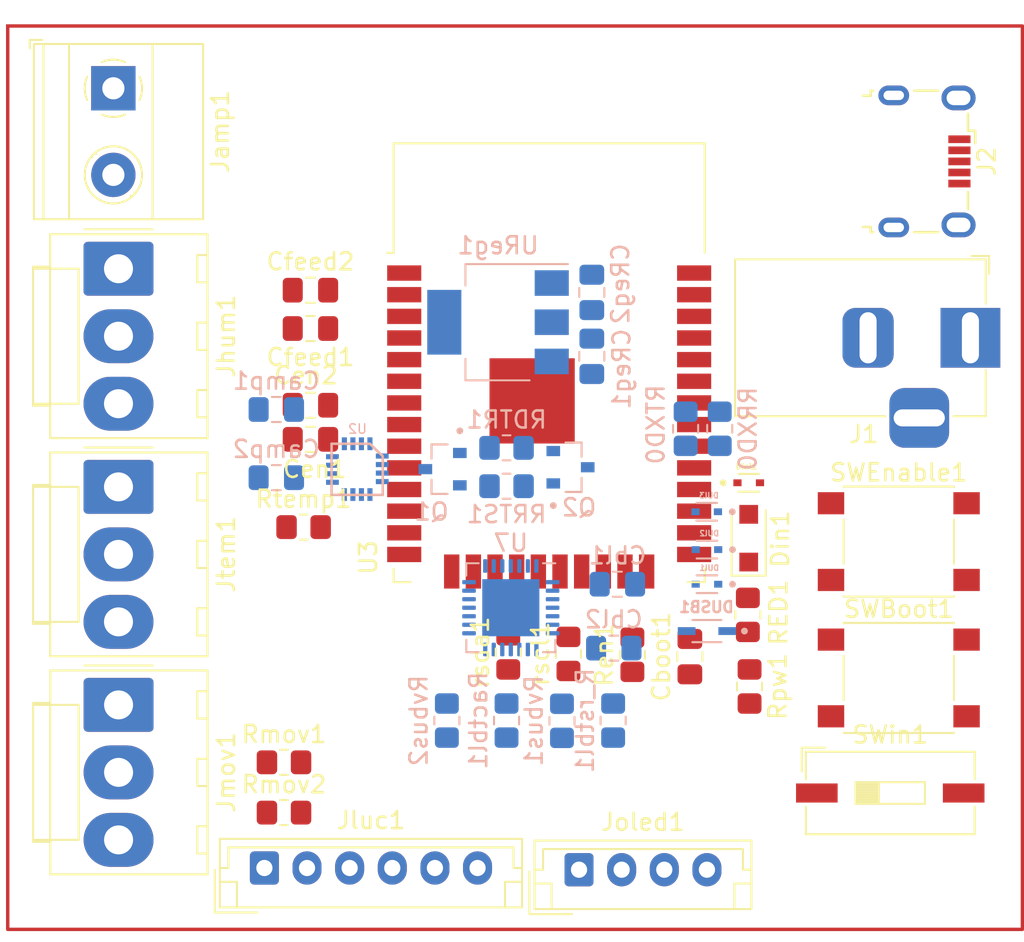
<source format=kicad_pcb>
(kicad_pcb (version 20211014) (generator pcbnew)
  (layers (0 "F.Cu" signal) (31 "B.Cu" signal) (34 "B.Paste" user) (35 "F.Paste" user) (36 "B.SilkS" user "B.Silkscreen") (37 "F.SilkS" user "F.Silkscreen") (38 "B.Mask" user) (39 "F.Mask" user) (44 "Edge.Cuts" user))
  (net 0 "")
  (net 1 "/ESP32/Amp_Din")
  (net 2 "+3V3")
  (net 3 "GND")
  (net 4 "/ESP32/amp_D_mode")
  (net 5 "/Sensores/Amp+")
  (net 6 "/Sensores/Amp-")
  (net 7 "/ESP32/LRC")
  (net 8 "/ESP32/BCLK")
  (net 9 "EN")
  (net 10 "Net-(Q1-Pad1)")
  (net 11 "/CP2102N-A02-GQFN28(Bootloader)/RTS")
  (net 12 "BOOT")
  (net 13 "Net-(Q2-Pad1)")
  (net 14 "/CP2102N-A02-GQFN28(Bootloader)/DTR")
  (net 15 "/CP2102N-A02-GQFN28(Bootloader)/TXD")
  (net 16 "/CP2102N-A02-GQFN28(Bootloader)/RXD0")
  (net 17 "/Sensores/dt")
  (net 18 "/ESP32/Dmov(D)")
  (net 19 "/Sensores/dm")
  (net 20 "Net-(Ractbl1-Pad1)")
  (net 21 "GNDREF")
  (net 22 "+3.3V")
  (net 23 "/ESP32/SCL")
  (net 24 "/CP2102N-A02-GQFN28(Bootloader)/RXD")
  (net 25 "/CP2102N-A02-GQFN28(Bootloader)/TXD0")
  (net 26 "/CP2102N-A02-GQFN28(Bootloader)/VBUS")
  (net 27 "Net-(Rvbus1-Pad2)")
  (net 28 "Net-(RED1-Pad1)")
  (net 29 "+5V")
  (net 30 "Net-(R_rstbl1-Pad2)")
  (net 31 "/ESP32/SDA")
  (net 35 "/Sensores/dh")
  (net 39 "/ESP32/SCK")
  (net 54 "/CP2102N-A02-GQFN28(Bootloader)/USB_DP")
  (net 55 "/CP2102N-A02-GQFN28(Bootloader)/USB_DN")
  (net 70 "Net-(Din1-Pad2)")
  (net 71 "+5V_Jack")
  (net 73 "/Sensores/INT Luz(op)")
  (net 74 "/Sensores/VL Luz (op)")
  (footprint "Button_Switch_SMD:SW_Push_1P1T_NO_6x6mm_H9.5mm" (layer "F.Cu") (at 71.5 64)
    (fp_text reference "SWBoot1" (at 0 -4.05) (layer "F.SilkS"))
    (fp_text value "SW_Push")
    (pad "1" smd rect (at -3.975 -2.25) (size 1.55 1.3) (layers "F.Cu" "F.Paste" "F.Mask") (net 12 "BOOT"))
    (pad "1" smd rect (at 3.975 -2.25) (size 1.55 1.3) (layers "F.Cu" "F.Paste" "F.Mask") (net 12 "BOOT"))
    (pad "2" smd rect (at 3.975 2.25) (size 1.55 1.3) (layers "F.Cu" "F.Paste" "F.Mask") (net 21 "GNDREF"))
    (pad "2" smd rect (at -3.975 2.25) (size 1.55 1.3) (layers "F.Cu" "F.Paste" "F.Mask") (net 21 "GNDREF"))
  )
  (footprint "Connector_BarrelJack:BarrelJack_Horizontal" (layer "F.Cu") (at 75.7 44.0425)
    (fp_text reference "J1" (at -6.25 5.6575) (layer "F.SilkS"))
    (fp_text value "Jack-DC")
    (pad "1" thru_hole rect (at 0 0) (size 3.5 3.5) (drill oval 1 3) (layers *.Cu *.Mask) (net 70 "Net-(Din1-Pad2)"))
    (pad "2" thru_hole roundrect (at -6 0) (size 3 3.5) (drill oval 1 3) (layers *.Cu *.Mask) (net 21 "GNDREF"))
    (pad "3" thru_hole roundrect (at -3 4.7) (size 3.5 3.5) (drill oval 3 1) (layers *.Cu *.Mask))
  )
  (footprint "Connector_Molex:Molex_KK-396_A-41791-0003_1x03_P3.96mm_Vertical" (layer "F.Cu") (at 25.745 39.99 -90)
    (fp_text reference "Jhum1" (at 3.96 -6.31 90) (layer "F.SilkS"))
    (fp_text value "Conn_01x03_Female")
    (pad "1" thru_hole roundrect (at 0 0 270) (size 3.16 4.1) (drill 1.7) (layers *.Cu *.Mask) (roundrect_rratio 0.079114) (net 2 "+3V3"))
    (pad "2" thru_hole oval (at 3.96 0 270) (size 3.16 4.1) (drill 1.7) (layers *.Cu *.Mask) (net 3 "GND"))
    (pad "3" thru_hole oval (at 7.92 0 270) (size 3.16 4.1) (drill 1.7) (layers *.Cu *.Mask) (net 35 "/Sensores/dh"))
  )
  (footprint "Connector_Molex:Molex_KK-396_A-41791-0003_1x03_P3.96mm_Vertical" (layer "F.Cu") (at 25.75 65.58 -90)
    (fp_text reference "Jmov1" (at 3.96 -6.31 90) (layer "F.SilkS"))
    (fp_text value "Conn_01x03_Female")
    (pad "1" thru_hole roundrect (at 0 0 270) (size 3.16 4.1) (drill 1.7) (layers *.Cu *.Mask) (roundrect_rratio 0.079114) (net 29 "+5V"))
    (pad "2" thru_hole oval (at 3.96 0 270) (size 3.16 4.1) (drill 1.7) (layers *.Cu *.Mask) (net 3 "GND"))
    (pad "3" thru_hole oval (at 7.92 0 270) (size 3.16 4.1) (drill 1.7) (layers *.Cu *.Mask) (net 19 "/Sensores/dm"))
  )
  (footprint "Resistor_SMD:R_0805_2012Metric_Pad1.20x1.40mm_HandSolder" (layer "F.Cu") (at 55.88 62.64 90)
    (fp_text reference "Ren1" (at 0 -1.65 90) (layer "F.SilkS"))
    (fp_text value "10K(5%)")
    (pad "1" smd roundrect (at -1 0 90) (size 1.2 1.4) (layers "F.Cu" "F.Paste" "F.Mask") (roundrect_rratio 0.208333) (net 22 "+3.3V"))
    (pad "2" smd roundrect (at 1 0 90) (size 1.2 1.4) (layers "F.Cu" "F.Paste" "F.Mask") (roundrect_rratio 0.208333) (net 9 "EN"))
  )
  (footprint "Capacitor_SMD:C_0805_2012Metric_Pad1.18x1.45mm_HandSolder" (layer "F.Cu") (at 59.25 62.75 90)
    (fp_text reference "Cboot1" (at 0 -1.68 90) (layer "F.SilkS"))
    (fp_text value "0.1uF/50V(10%)(NC)")
    (pad "1" smd roundrect (at -1.0375 0 90) (size 1.175 1.45) (layers "F.Cu" "F.Paste" "F.Mask") (roundrect_rratio 0.212766) (net 12 "BOOT"))
    (pad "2" smd roundrect (at 1.0375 0 90) (size 1.175 1.45) (layers "F.Cu" "F.Paste" "F.Mask") (roundrect_rratio 0.212766) (net 21 "GNDREF"))
  )
  (footprint "Resistor_SMD:R_0805_2012Metric_Pad1.20x1.40mm_HandSolder" (layer "F.Cu") (at 36.6 55.15)
    (fp_text reference "Rtemp1" (at 0 -1.65) (layer "F.SilkS"))
    (fp_text value "4,7k")
    (pad "1" smd roundrect (at -1 0) (size 1.2 1.4) (layers "F.Cu" "F.Paste" "F.Mask") (roundrect_rratio 0.208333) (net 2 "+3V3"))
    (pad "2" smd roundrect (at 1 0) (size 1.2 1.4) (layers "F.Cu" "F.Paste" "F.Mask") (roundrect_rratio 0.208333) (net 17 "/Sensores/dt"))
  )
  (footprint "Resistor_SMD:R_0805_2012Metric_Pad1.20x1.40mm_HandSolder" (layer "F.Cu") (at 35.45 68.95)
    (fp_text reference "Rmov1" (at 0 -1.65) (layer "F.SilkS"))
    (fp_text value "5.1k")
    (pad "1" smd roundrect (at -1 0) (size 1.2 1.4) (layers "F.Cu" "F.Paste" "F.Mask") (roundrect_rratio 0.208333) (net 18 "/ESP32/Dmov(D)"))
    (pad "2" smd roundrect (at 1 0) (size 1.2 1.4) (layers "F.Cu" "F.Paste" "F.Mask") (roundrect_rratio 0.208333) (net 19 "/Sensores/dm"))
  )
  (footprint "Resistor_SMD:R_0805_2012Metric_Pad1.20x1.40mm_HandSolder" (layer "F.Cu") (at 35.45 71.9)
    (fp_text reference "Rmov2" (at 0 -1.65) (layer "F.SilkS"))
    (fp_text value "3.3k")
    (pad "1" smd roundrect (at -1 0) (size 1.2 1.4) (layers "F.Cu" "F.Paste" "F.Mask") (roundrect_rratio 0.208333) (net 3 "GND"))
    (pad "2" smd roundrect (at 1 0) (size 1.2 1.4) (layers "F.Cu" "F.Paste" "F.Mask") (roundrect_rratio 0.208333) (net 18 "/ESP32/Dmov(D)"))
  )
  (footprint "Resistor_SMD:R_0805_2012Metric_Pad1.20x1.40mm_HandSolder" (layer "F.Cu") (at 52.13 62.59 90)
    (fp_text reference "rscl1" (at 0 -1.65 90) (layer "F.SilkS"))
    (fp_text value "4.7k")
    (pad "1" smd roundrect (at -1 0 90) (size 1.2 1.4) (layers "F.Cu" "F.Paste" "F.Mask") (roundrect_rratio 0.208333) (net 22 "+3.3V"))
    (pad "2" smd roundrect (at 1 0 90) (size 1.2 1.4) (layers "F.Cu" "F.Paste" "F.Mask") (roundrect_rratio 0.208333) (net 23 "/ESP32/SCL"))
  )
  (footprint "Button_Switch_SMD:SW_Push_1P1T_NO_6x6mm_H9.5mm" (layer "F.Cu") (at 71.5 56)
    (fp_text reference "SWEnable1" (at 0 -4.05) (layer "F.SilkS"))
    (fp_text value "SW_Push")
    (pad "1" smd rect (at 3.975 -2.25) (size 1.55 1.3) (layers "F.Cu" "F.Paste" "F.Mask") (net 9 "EN"))
    (pad "1" smd rect (at -3.975 -2.25) (size 1.55 1.3) (layers "F.Cu" "F.Paste" "F.Mask") (net 9 "EN"))
    (pad "2" smd rect (at -3.975 2.25) (size 1.55 1.3) (layers "F.Cu" "F.Paste" "F.Mask") (net 21 "GNDREF"))
    (pad "2" smd rect (at 3.975 2.25) (size 1.55 1.3) (layers "F.Cu" "F.Paste" "F.Mask") (net 21 "GNDREF"))
  )
  (footprint "Connector_Molex:Molex_KK-396_A-41791-0003_1x03_P3.96mm_Vertical" (layer "F.Cu") (at 25.745 52.79 -90)
    (fp_text reference "Jtem1" (at 3.96 -6.31 90) (layer "F.SilkS"))
    (fp_text value "Conn_01x03_Female")
    (pad "1" thru_hole roundrect (at 0 0 270) (size 3.16 4.1) (drill 1.7) (layers *.Cu *.Mask) (roundrect_rratio 0.079114) (net 2 "+3V3"))
    (pad "2" thru_hole oval (at 3.96 0 270) (size 3.16 4.1) (drill 1.7) (layers *.Cu *.Mask) (net 3 "GND"))
    (pad "3" thru_hole oval (at 7.92 0 270) (size 3.16 4.1) (drill 1.7) (layers *.Cu *.Mask) (net 17 "/Sensores/dt"))
  )
  (footprint "Resistor_SMD:R_0805_2012Metric_Pad1.20x1.40mm_HandSolder" (layer "F.Cu") (at 62.75 64.5 -90)
    (fp_text reference "Rpw1" (at 0 -1.65 90) (layer "F.SilkS"))
    (fp_text value "1k")
    (pad "1" smd roundrect (at -1 0 270) (size 1.2 1.4) (layers "F.Cu" "F.Paste" "F.Mask") (roundrect_rratio 0.208333) (net 28 "Net-(RED1-Pad1)"))
    (pad "2" smd roundrect (at 1 0 270) (size 1.2 1.4) (layers "F.Cu" "F.Paste" "F.Mask") (roundrect_rratio 0.208333) (net 3 "GND"))
  )
  (footprint "Diode_SMD:D_SOD-123F" (layer "F.Cu") (at 62.7 55.8 90)
    (fp_text reference "Din1" (at -0.05 1.85 90) (layer "F.SilkS"))
    (fp_text value "MBR1020VL")
    (pad "1" smd rect (at -1.4 0 90) (size 1.1 1.1) (layers "F.Cu" "F.Paste" "F.Mask") (net 71 "+5V_Jack"))
    (pad "2" smd rect (at 1.4 0 90) (size 1.1 1.1) (layers "F.Cu" "F.Paste" "F.Mask") (net 70 "Net-(Din1-Pad2)"))
  )
  (footprint "Resistor_SMD:R_0805_2012Metric_Pad1.20x1.40mm_HandSolder" (layer "F.Cu") (at 48.6 62.5 90)
    (fp_text reference "rsda1" (at 0 -1.65 90) (layer "F.SilkS"))
    (fp_text value "4.7k")
    (pad "1" smd roundrect (at -1 0 90) (size 1.2 1.4) (layers "F.Cu" "F.Paste" "F.Mask") (roundrect_rratio 0.208333) (net 22 "+3.3V"))
    (pad "2" smd roundrect (at 1 0 90) (size 1.2 1.4) (layers "F.Cu" "F.Paste" "F.Mask") (roundrect_rratio 0.208333) (net 31 "/ESP32/SDA"))
  )
  (footprint "RF_Module:ESP32-WROOM-32" (layer "F.Cu") (at 51 48.5)
    (fp_text reference "U3" (at -10.61 8.43 90) (layer "F.SilkS"))
    (fp_text value "ESP32-WROOM-32")
    (pad "1" smd rect (at -8.5 -8.255) (size 2 0.9) (layers "F.Cu" "F.Paste" "F.Mask") (net 21 "GNDREF"))
    (pad "2" smd rect (at -8.5 -6.985) (size 2 0.9) (layers "F.Cu" "F.Paste" "F.Mask") (net 2 "+3V3"))
    (pad "3" smd rect (at -8.5 -5.715) (size 2 0.9) (layers "F.Cu" "F.Paste" "F.Mask") (net 9 "EN"))
    (pad "4" smd rect (at -8.5 -4.445) (size 2 0.9) (layers "F.Cu" "F.Paste" "F.Mask"))
    (pad "5" smd rect (at -8.5 -3.175) (size 2 0.9) (layers "F.Cu" "F.Paste" "F.Mask"))
    (pad "6" smd rect (at -8.5 -1.905) (size 2 0.9) (layers "F.Cu" "F.Paste" "F.Mask"))
    (pad "7" smd rect (at -8.5 -0.635) (size 2 0.9) (layers "F.Cu" "F.Paste" "F.Mask") (net 4 "/ESP32/amp_D_mode"))
    (pad "8" smd rect (at -8.5 0.635) (size 2 0.9) (layers "F.Cu" "F.Paste" "F.Mask") (net 8 "/ESP32/BCLK"))
    (pad "9" smd rect (at -8.5 1.905) (size 2 0.9) (layers "F.Cu" "F.Paste" "F.Mask") (net 1 "/ESP32/Amp_Din"))
    (pad "10" smd rect (at -8.5 3.175) (size 2 0.9) (layers "F.Cu" "F.Paste" "F.Mask") (net 7 "/ESP32/LRC"))
    (pad "11" smd rect (at -8.5 4.445) (size 2 0.9) (layers "F.Cu" "F.Paste" "F.Mask") (net 17 "/Sensores/dt"))
    (pad "12" smd rect (at -8.5 5.715) (size 2 0.9) (layers "F.Cu" "F.Paste" "F.Mask") (net 35 "/Sensores/dh"))
    (pad "13" smd rect (at -8.5 6.985) (size 2 0.9) (layers "F.Cu" "F.Paste" "F.Mask") (net 23 "/ESP32/SCL"))
    (pad "14" smd rect (at -8.5 8.255) (size 2 0.9) (layers "F.Cu" "F.Paste" "F.Mask") (net 31 "/ESP32/SDA"))
    (pad "15" smd rect (at -5.715 9.255 90) (size 2 0.9) (layers "F.Cu" "F.Paste" "F.Mask") (net 21 "GNDREF"))
    (pad "16" smd rect (at -4.445 9.255 90) (size 2 0.9) (layers "F.Cu" "F.Paste" "F.Mask") (net 18 "/ESP32/Dmov(D)"))
    (pad "17" smd rect (at -3.175 9.255 90) (size 2 0.9) (layers "F.Cu" "F.Paste" "F.Mask"))
    (pad "18" smd rect (at -1.905 9.255 90) (size 2 0.9) (layers "F.Cu" "F.Paste" "F.Mask"))
    (pad "19" smd rect (at -0.635 9.255 90) (size 2 0.9) (layers "F.Cu" "F.Paste" "F.Mask"))
    (pad "20" smd rect (at 0.635 9.255 90) (size 2 0.9) (layers "F.Cu" "F.Paste" "F.Mask") (net 39 "/ESP32/SCK"))
    (pad "21" smd rect (at 1.905 9.255 90) (size 2 0.9) (layers "F.Cu" "F.Paste" "F.Mask") (net 31 "/ESP32/SDA"))
    (pad "22" smd rect (at 3.175 9.255 90) (size 2 0.9) (layers "F.Cu" "F.Paste" "F.Mask") (net 23 "/ESP32/SCL"))
    (pad "23" smd rect (at 4.445 9.255 90) (size 2 0.9) (layers "F.Cu" "F.Paste" "F.Mask"))
    (pad "24" smd rect (at 5.715 9.255 90) (size 2 0.9) (layers "F.Cu" "F.Paste" "F.Mask"))
    (pad "25" smd rect (at 8.5 8.255) (size 2 0.9) (layers "F.Cu" "F.Paste" "F.Mask") (net 12 "BOOT"))
    (pad "26" smd rect (at 8.5 6.985) (size 2 0.9) (layers "F.Cu" "F.Paste" "F.Mask"))
    (pad "27" smd rect (at 8.5 5.715) (size 2 0.9) (layers "F.Cu" "F.Paste" "F.Mask"))
    (pad "28" smd rect (at 8.5 4.445) (size 2 0.9) (layers "F.Cu" "F.Paste" "F.Mask"))
    (pad "29" smd rect (at 8.5 3.175) (size 2 0.9) (layers "F.Cu" "F.Paste" "F.Mask"))
    (pad "30" smd rect (at 8.5 1.905) (size 2 0.9) (layers "F.Cu" "F.Paste" "F.Mask"))
    (pad "31" smd rect (at 8.5 0.635) (size 2 0.9) (layers "F.Cu" "F.Paste" "F.Mask"))
    (pad "32" smd rect (at 8.5 -0.635) (size 2 0.9) (layers "F.Cu" "F.Paste" "F.Mask"))
    (pad "33" smd rect (at 8.5 -1.905) (size 2 0.9) (layers "F.Cu" "F.Paste" "F.Mask"))
    (pad "34" smd rect (at 8.5 -3.175) (size 2 0.9) (layers "F.Cu" "F.Paste" "F.Mask") (net 16 "/CP2102N-A02-GQFN28(Bootloader)/RXD0"))
    (pad "35" smd rect (at 8.5 -4.445) (size 2 0.9) (layers "F.Cu" "F.Paste" "F.Mask") (net 25 "/CP2102N-A02-GQFN28(Bootloader)/TXD0"))
    (pad "36" smd rect (at 8.5 -5.715) (size 2 0.9) (layers "F.Cu" "F.Paste" "F.Mask"))
    (pad "37" smd rect (at 8.5 -6.985) (size 2 0.9) (layers "F.Cu" "F.Paste" "F.Mask"))
    (pad "38" smd rect (at 8.5 -8.255) (size 2 0.9) (layers "F.Cu" "F.Paste" "F.Mask") (net 21 "GNDREF"))
    (pad "39" smd rect (at -1 -0.755) (size 5 5) (layers "F.Cu" "F.Paste" "F.Mask") (net 21 "GNDREF"))
  )
  (footprint "TerminalBlock_Phoenix:TerminalBlock_Phoenix_MKDS-1,5-2-5.08_1x02_P5.08mm_Horizontal" (layer "F.Cu") (at 25.445 29.405 -90)
    (fp_text reference "Jamp1" (at 2.54 -6.26 90) (layer "F.SilkS"))
    (fp_text value "Conn_01x02_Female")
    (pad "1" thru_hole rect (at 0 0 270) (size 2.6 2.6) (drill 1.3) (layers *.Cu *.Mask) (net 5 "/Sensores/Amp+"))
    (pad "2" thru_hole circle (at 5.08 0 270) (size 2.6 2.6) (drill 1.3) (layers *.Cu *.Mask) (net 6 "/Sensores/Amp-"))
  )
  (footprint "LESD5D5:TVS_LESD5D5.0CT1G" (layer "F.Cu") (at 62.7 52.55)
    (fp_text reference "Dinl1" (at -0.134 -0.9532) (layer "F.SilkS") (effects (font (size 0.32 0.32))))
    (fp_text value "LESD5D5.0CT1G")
    (pad "1" smd rect locked (at -0.66 0) (size 0.48 0.4) (layers "F.Cu" "F.Paste" "F.Mask") (net 21 "GNDREF"))
    (pad "2" smd rect locked (at 0.66 0) (size 0.48 0.4) (layers "F.Cu" "F.Paste" "F.Mask") (net 70 "Net-(Din1-Pad2)"))
  )
  (footprint "Capacitor_SMD:C_0805_2012Metric_Pad1.18x1.45mm_HandSolder" (layer "F.Cu") (at 37 50)
    (fp_text reference "Cen1" (at 0.25 1.75) (layer "F.SilkS"))
    (fp_text value "0.1uF/50(10%)")
    (pad "1" smd roundrect (at -1.0375 0) (size 1.175 1.45) (layers "F.Cu" "F.Paste" "F.Mask") (roundrect_rratio 0.212766) (net 21 "GNDREF"))
    (pad "2" smd roundrect (at 1.0375 0) (size 1.175 1.45) (layers "F.Cu" "F.Paste" "F.Mask") (roundrect_rratio 0.212766) (net 9 "EN"))
  )
  (footprint "Button_Switch_SMD:SW_DIP_SPSTx01_Slide_9.78x4.72mm_W8.61mm_P2.54mm" (layer "F.Cu") (at 71 70.75)
    (fp_text reference "SWin1" (at 0 -3.42) (layer "F.SilkS"))
    (fp_text value "SW_DIP_x01")
    (pad "1" smd rect (at -4.305 0) (size 2.44 1.12) (layers "F.Cu" "F.Paste" "F.Mask") (net 71 "+5V_Jack"))
    (pad "2" smd rect (at 4.305 0) (size 2.44 1.12) (layers "F.Cu" "F.Paste" "F.Mask") (net 29 "+5V"))
  )
  (footprint "Capacitor_SMD:C_0805_2012Metric_Pad1.18x1.45mm_HandSolder" (layer "F.Cu") (at 37 41.25)
    (fp_text reference "Cfeed2" (at 0 -1.68) (layer "F.SilkS"))
    (fp_text value "0.1uF/50(10%)")
    (pad "1" smd roundrect (at -1.0375 0) (size 1.175 1.45) (layers "F.Cu" "F.Paste" "F.Mask") (roundrect_rratio 0.212766) (net 21 "GNDREF"))
    (pad "2" smd roundrect (at 1.0375 0) (size 1.175 1.45) (layers "F.Cu" "F.Paste" "F.Mask") (roundrect_rratio 0.212766) (net 2 "+3V3"))
  )
  (footprint "Connector_JST:JST_EH_B6B-EH-A_1x06_P2.50mm_Vertical" (layer "F.Cu") (at 34.3 75.15)
    (fp_text reference "Jluc1" (at 6.25 -2.8) (layer "F.SilkS"))
    (fp_text value "Conn_01x06_Female")
    (pad "1" thru_hole roundrect (at 0 0) (size 1.7 1.95) (drill 0.95) (layers *.Cu *.Mask) (roundrect_rratio 0.147059) (net 73 "/Sensores/INT Luz(op)"))
    (pad "2" thru_hole oval (at 2.5 0) (size 1.7 1.95) (drill 0.95) (layers *.Cu *.Mask) (net 23 "/ESP32/SCL"))
    (pad "3" thru_hole oval (at 5 0) (size 1.7 1.95) (drill 0.95) (layers *.Cu *.Mask) (net 31 "/ESP32/SDA"))
    (pad "4" thru_hole oval (at 7.5 0) (size 1.7 1.95) (drill 0.95) (layers *.Cu *.Mask) (net 2 "+3V3"))
    (pad "5" thru_hole oval (at 10 0) (size 1.7 1.95) (drill 0.95) (layers *.Cu *.Mask) (net 3 "GND"))
    (pad "6" thru_hole oval (at 12.5 0) (size 1.7 1.95) (drill 0.95) (layers *.Cu *.Mask) (net 74 "/Sensores/VL Luz (op)"))
  )
  (footprint "Resistor_SMD:R_0805_2012Metric_Pad1.20x1.40mm_HandSolder" (layer "F.Cu") (at 62.65 60.3 90)
    (fp_text reference "RED1" (at 0.15 1.8 90) (layer "F.SilkS"))
    (fp_text value "LED")
    (pad "1" smd roundrect (at -1 0 90) (size 1.2 1.4) (layers "F.Cu" "F.Paste" "F.Mask") (roundrect_rratio 0.208333) (net 28 "Net-(RED1-Pad1)"))
    (pad "2" smd roundrect (at 1 0 90) (size 1.2 1.4) (layers "F.Cu" "F.Paste" "F.Mask") (roundrect_rratio 0.208333) (net 29 "+5V"))
  )
  (footprint "Connector_JST:JST_EH_B4B-EH-A_1x04_P2.50mm_Vertical" (layer "F.Cu") (at 52.75 75.25)
    (fp_text reference "Joled1" (at 3.75 -2.8) (layer "F.SilkS"))
    (fp_text value "Conn_01x04_Female")
    (pad "1" thru_hole roundrect (at 0 0) (size 1.7 1.95) (drill 0.95) (layers *.Cu *.Mask) (roundrect_rratio 0.147059) (net 21 "GNDREF"))
    (pad "2" thru_hole oval (at 2.5 0) (size 1.7 1.95) (drill 0.95) (layers *.Cu *.Mask) (net 2 "+3V3"))
    (pad "3" thru_hole oval (at 5 0) (size 1.7 1.95) (drill 0.95) (layers *.Cu *.Mask) (net 31 "/ESP32/SDA"))
    (pad "4" thru_hole oval (at 7.5 0) (size 1.7 1.95) (drill 0.95) (layers *.Cu *.Mask) (net 23 "/ESP32/SCL"))
  )
  (footprint "Connector_USB:USB_Micro-B_Wuerth_629105150521" (layer "F.Cu") (at 73.155 33.695 -90)
    (fp_text reference "J2" (at 0 -3.5 90) (layer "F.SilkS"))
    (fp_text value "USB_B_Micro")
    (pad "" np_thru_hole oval (at -2.5 -0.8 270) (size 0.8 0.8) (drill 0.8) (layers *.Cu *.Mask))
    (pad "" np_thru_hole oval (at 2.5 -0.8 270) (size 0.8 0.8) (drill 0.8) (layers *.Cu *.Mask))
    (pad "1" smd rect (at -1.3 -1.9 270) (size 0.45 1.3) (layers "F.Cu" "F.Paste" "F.Mask") (net 26 "/CP2102N-A02-GQFN28(Bootloader)/VBUS"))
    (pad "2" smd rect (at -0.65 -1.9 270) (size 0.45 1.3) (layers "F.Cu" "F.Paste" "F.Mask") (net 55 "/CP2102N-A02-GQFN28(Bootloader)/USB_DN"))
    (pad "3" smd rect (at 0 -1.9 270) (size 0.45 1.3) (layers "F.Cu" "F.Paste" "F.Mask") (net 54 "/CP2102N-A02-GQFN28(Bootloader)/USB_DP"))
    (pad "4" smd rect (at 0.65 -1.9 270) (size 0.45 1.3) (layers "F.Cu" "F.Paste" "F.Mask"))
    (pad "5" smd rect (at 1.3 -1.9 270) (size 0.45 1.3) (layers "F.Cu" "F.Paste" "F.Mask") (net 21 "GNDREF"))
    (pad "6" thru_hole oval (at 3.875 1.95 270) (size 1.15 1.8) (drill oval 0.55 1.2) (layers *.Cu *.Mask) (net 21 "GNDREF"))
    (pad "6" thru_hole oval (at -3.875 1.95 270) (size 1.15 1.8) (drill oval 0.55 1.2) (layers *.Cu *.Mask) (net 21 "GNDREF"))
    (pad "6" thru_hole oval (at -3.725 -1.85 270) (size 1.45 2) (drill oval 0.85 1.4) (layers *.Cu *.Mask) (net 21 "GNDREF"))
    (pad "6" thru_hole oval (at 3.725 -1.85 270) (size 1.45 2) (drill oval 0.85 1.4) (layers *.Cu *.Mask) (net 21 "GNDREF"))
  )
  (footprint "Capacitor_SMD:C_0805_2012Metric_Pad1.18x1.45mm_HandSolder" (layer "F.Cu") (at 37 48 180)
    (fp_text reference "Cen2" (at 0.261252 1.75) (layer "F.SilkS"))
    (fp_text value "0.1uF/50V(10%)(NC)")
    (pad "1" smd roundrect (at -1.0375 0 180) (size 1.175 1.45) (layers "F.Cu" "F.Paste" "F.Mask") (roundrect_rratio 0.212766) (net 9 "EN"))
    (pad "2" smd roundrect (at 1.0375 0 180) (size 1.175 1.45) (layers "F.Cu" "F.Paste" "F.Mask") (roundrect_rratio 0.212766) (net 21 "GNDREF"))
  )
  (footprint "Capacitor_SMD:C_0805_2012Metric_Pad1.18x1.45mm_HandSolder" (layer "F.Cu") (at 37 43.5 180)
    (fp_text reference "Cfeed1" (at 0 -1.68) (layer "F.SilkS"))
    (fp_text value "22uF/10V(20%)")
    (pad "1" smd roundrect (at -1.0375 0 180) (size 1.175 1.45) (layers "F.Cu" "F.Paste" "F.Mask") (roundrect_rratio 0.212766) (net 2 "+3V3"))
    (pad "2" smd roundrect (at 1.0375 0 180) (size 1.175 1.45) (layers "F.Cu" "F.Paste" "F.Mask") (roundrect_rratio 0.212766) (net 21 "GNDREF"))
  )
  (footprint "SS8050-G:TRANS_SS8050-G" (layer "B.Cu") (at 44.75 51.75 180)
    (fp_text reference "Q1" (at 0.65 -2.5) (layer "B.SilkS") (effects (justify mirror)))
    (fp_text value "SS8050-G")
    (pad "1" smd rect locked (at -1.01 0.95 180) (size 0.8 0.6) (layers "B.Cu" "B.Paste" "B.Mask") (net 10 "Net-(Q1-Pad1)"))
    (pad "2" smd rect locked (at -1.01 -0.95 180) (size 0.8 0.6) (layers "B.Cu" "B.Paste" "B.Mask") (net 11 "/CP2102N-A02-GQFN28(Bootloader)/RTS"))
    (pad "3" smd rect locked (at 1.01 0 180) (size 0.8 0.6) (layers "B.Cu" "B.Paste" "B.Mask") (net 9 "EN"))
  )
  (footprint "Resistor_SMD:R_0805_2012Metric_Pad1.20x1.40mm_HandSolder" (layer "B.Cu") (at 59 49.38 90)
    (fp_text reference "RTXD0" (at 0.25 -1.75 90) (layer "B.SilkS") (effects (justify mirror)))
    (fp_text value "0R(5%)")
    (pad "1" smd roundrect (at -1 0 90) (size 1.2 1.4) (layers "B.Cu" "B.Paste" "B.Mask") (roundrect_rratio 0.208333) (net 24 "/CP2102N-A02-GQFN28(Bootloader)/RXD"))
    (pad "2" smd roundrect (at 1 0 90) (size 1.2 1.4) (layers "B.Cu" "B.Paste" "B.Mask") (roundrect_rratio 0.208333) (net 25 "/CP2102N-A02-GQFN28(Bootloader)/TXD0"))
  )
  (footprint "Resistor_SMD:R_0805_2012Metric_Pad1.20x1.40mm_HandSolder" (layer "B.Cu") (at 48.5 50.5 180)
    (fp_text reference "RDTR1" (at 0 1.65) (layer "B.SilkS") (effects (justify mirror)))
    (fp_text value "10K(5%)")
    (pad "1" smd roundrect (at -1 0 180) (size 1.2 1.4) (layers "B.Cu" "B.Paste" "B.Mask") (roundrect_rratio 0.208333) (net 14 "/CP2102N-A02-GQFN28(Bootloader)/DTR"))
    (pad "2" smd roundrect (at 1 0 180) (size 1.2 1.4) (layers "B.Cu" "B.Paste" "B.Mask") (roundrect_rratio 0.208333) (net 10 "Net-(Q1-Pad1)"))
  )
  (footprint "Capacitor_SMD:C_0805_2012Metric_Pad1.18x1.45mm_HandSolder" (layer "B.Cu") (at 53.5 45.13 90)
    (fp_text reference "CReg1" (at -0.75 1.75 90) (layer "B.SilkS") (effects (justify mirror)))
    (fp_text value "1u")
    (pad "1" smd roundrect (at -1.0375 0 90) (size 1.175 1.45) (layers "B.Cu" "B.Paste" "B.Mask") (roundrect_rratio 0.212766) (net 29 "+5V"))
    (pad "2" smd roundrect (at 1.0375 0 90) (size 1.175 1.45) (layers "B.Cu" "B.Paste" "B.Mask") (roundrect_rratio 0.212766) (net 3 "GND"))
  )
  (footprint "open-automation:MAX98357A" (layer "B.Cu") (at 41.04 50.99 180)
    (fp_text reference "U2" (at 1.28 1.6) (layer "B.SilkS") (effects (font (size 0.55 0.55) (thickness 0.08)) (justify mirror)))
    (fp_text value "MAX98357AETE+")
    (pad "1" smd rect (at -0.17 0.01 180) (size 0.75 0.3) (layers "B.Cu" "B.Paste" "B.Mask") (net 1 "/ESP32/Amp_Din"))
    (pad "2" smd rect (at -0.17 -0.49 180) (size 0.75 0.3) (layers "B.Cu" "B.Paste" "B.Mask") (net 2 "+3V3"))
    (pad "3" smd rect (at -0.17 -0.99 180) (size 0.75 0.3) (layers "B.Cu" "B.Paste" "B.Mask") (net 3 "GND"))
    (pad "3" smd rect (at 1.05 0.73 90) (size 0.75 0.3) (layers "B.Cu" "B.Paste" "B.Mask") (net 3 "GND"))
    (pad "3" smd rect (at 2.75 -0.53) (size 0.75 0.3) (layers "B.Cu" "B.Paste" "B.Mask") (net 3 "GND"))
    (pad "4" smd rect (at -0.17 -1.49 180) (size 0.75 0.3) (layers "B.Cu" "B.Paste" "B.Mask") (net 4 "/ESP32/amp_D_mode"))
    (pad "5" smd rect (at 0.55 -2.25 90) (size 0.75 0.3) (layers "B.Cu" "B.Paste" "B.Mask"))
    (pad "6" smd rect (at 1.05 -2.25 90) (size 0.75 0.3) (layers "B.Cu" "B.Paste" "B.Mask"))
    (pad "7" smd rect (at 2.05 -2.25 90) (size 0.75 0.3) (layers "B.Cu" "B.Paste" "B.Mask") (net 2 "+3V3"))
    (pad "7" smd rect (at 1.55 -2.25 90) (size 0.75 0.3) (layers "B.Cu" "B.Paste" "B.Mask") (net 2 "+3V3"))
    (pad "9" smd rect (at 2.75 -1.53) (size 0.75 0.3) (layers "B.Cu" "B.Paste" "B.Mask") (net 5 "/Sensores/Amp+"))
    (pad "10" smd rect (at 2.75 -1.03) (size 0.75 0.3) (layers "B.Cu" "B.Paste" "B.Mask") (net 6 "/Sensores/Amp-"))
    (pad "12" smd rect (at 2.75 -0.03) (size 0.75 0.3) (layers "B.Cu" "B.Paste" "B.Mask"))
    (pad "13" smd rect (at 2.05 0.73 90) (size 0.75 0.3) (layers "B.Cu" "B.Paste" "B.Mask"))
    (pad "14" smd rect (at 1.55 0.73 90) (size 0.75 0.3) (layers "B.Cu" "B.Paste" "B.Mask") (net 7 "/ESP32/LRC"))
    (pad "16" smd rect (at 0.55 0.73 90) (size 0.75 0.3) (layers "B.Cu" "B.Paste" "B.Mask") (net 8 "/ESP32/BCLK"))
  )
  (footprint "Capacitor_SMD:C_0805_2012Metric_Pad1.18x1.45mm_HandSolder" (layer "B.Cu") (at 35 48.25 180)
    (fp_text reference "Camp1" (at 0 1.68) (layer "B.SilkS") (effects (justify mirror)))
    (fp_text value "10u")
    (pad "1" smd roundrect (at -1.0375 0 180) (size 1.175 1.45) (layers "B.Cu" "B.Paste" "B.Mask") (roundrect_rratio 0.212766) (net 2 "+3V3"))
    (pad "2" smd roundrect (at 1.0375 0 180) (size 1.175 1.45) (layers "B.Cu" "B.Paste" "B.Mask") (roundrect_rratio 0.212766) (net 3 "GND"))
  )
  (footprint "Capacitor_SMD:C_0805_2012Metric_Pad1.18x1.45mm_HandSolder" (layer "B.Cu") (at 55 58.5 180)
    (fp_text reference "Cbl1" (at 0 1.68) (layer "B.SilkS") (effects (justify mirror)))
    (fp_text value "0.1uF/50V(10%)")
    (pad "1" smd roundrect (at -1.0375 0 180) (size 1.175 1.45) (layers "B.Cu" "B.Paste" "B.Mask") (roundrect_rratio 0.212766) (net 22 "+3.3V"))
    (pad "2" smd roundrect (at 1.0375 0 180) (size 1.175 1.45) (layers "B.Cu" "B.Paste" "B.Mask") (roundrect_rratio 0.212766) (net 21 "GNDREF"))
  )
  (footprint "Resistor_SMD:R_0805_2012Metric_Pad1.20x1.40mm_HandSolder" (layer "B.Cu") (at 48.5 52.75)
    (fp_text reference "RRTS1" (at 0 1.65) (layer "B.SilkS") (effects (justify mirror)))
    (fp_text value "10K(5%)")
    (pad "1" smd roundrect (at -1 0) (size 1.2 1.4) (layers "B.Cu" "B.Paste" "B.Mask") (roundrect_rratio 0.208333) (net 11 "/CP2102N-A02-GQFN28(Bootloader)/RTS"))
    (pad "2" smd roundrect (at 1 0) (size 1.2 1.4) (layers "B.Cu" "B.Paste" "B.Mask") (roundrect_rratio 0.208333) (net 13 "Net-(Q2-Pad1)"))
  )
  (footprint "Package_TO_SOT_SMD:SOT-223-3_TabPin2" (layer "B.Cu") (at 48 43.13 180)
    (fp_text reference "UReg1" (at 0 4.5) (layer "B.SilkS") (effects (justify mirror)))
    (fp_text value "AMS1117-3.3")
    (pad "1" smd rect (at -3.15 2.3 180) (size 2 1.5) (layers "B.Cu" "B.Paste" "B.Mask") (net 3 "GND"))
    (pad "2" smd rect (at -3.15 0 180) (size 2 1.5) (layers "B.Cu" "B.Paste" "B.Mask") (net 2 "+3V3"))
    (pad "2" smd rect (at 3.15 0 180) (size 2 3.8) (layers "B.Cu" "B.Paste" "B.Mask") (net 2 "+3V3"))
    (pad "3" smd rect (at -3.15 -2.3 180) (size 2 1.5) (layers "B.Cu" "B.Paste" "B.Mask") (net 29 "+5V"))
  )
  (footprint "Resistor_SMD:R_0805_2012Metric_Pad1.20x1.40mm_HandSolder" (layer "B.Cu") (at 61 49.38 90)
    (fp_text reference "RRXD0" (at 0 1.65 90) (layer "B.SilkS") (effects (justify mirror)))
    (fp_text value "0R(5%)")
    (pad "1" smd roundrect (at -1 0 90) (size 1.2 1.4) (layers "B.Cu" "B.Paste" "B.Mask") (roundrect_rratio 0.208333) (net 15 "/CP2102N-A02-GQFN28(Bootloader)/TXD"))
    (pad "2" smd roundrect (at 1 0 90) (size 1.2 1.4) (layers "B.Cu" "B.Paste" "B.Mask") (roundrect_rratio 0.208333) (net 16 "/CP2102N-A02-GQFN28(Bootloader)/RXD0"))
  )
  (footprint "Capacitor_SMD:C_0805_2012Metric_Pad1.18x1.45mm_HandSolder" (layer "B.Cu") (at 35 52.25 180)
    (fp_text reference "Camp2" (at 0 1.68) (layer "B.SilkS") (effects (justify mirror)))
    (fp_text value "0.1u")
    (pad "1" smd roundrect (at -1.0375 0 180) (size 1.175 1.45) (layers "B.Cu" "B.Paste" "B.Mask") (roundrect_rratio 0.212766) (net 2 "+3V3"))
    (pad "2" smd roundrect (at 1.0375 0 180) (size 1.175 1.45) (layers "B.Cu" "B.Paste" "B.Mask") (roundrect_rratio 0.212766) (net 3 "GND"))
  )
  (footprint "Resistor_SMD:R_0805_2012Metric_Pad1.20x1.40mm_HandSolder" (layer "B.Cu") (at 45 66.5 -90)
    (fp_text reference "Rvbus2" (at 0 1.65 90) (layer "B.SilkS") (effects (justify mirror)))
    (fp_text value "47.5K(5%)")
    (pad "1" smd roundrect (at -1 0 270) (size 1.2 1.4) (layers "B.Cu" "B.Paste" "B.Mask") (roundrect_rratio 0.208333) (net 27 "Net-(Rvbus1-Pad2)"))
    (pad "2" smd roundrect (at 1 0 270) (size 1.2 1.4) (layers "B.Cu" "B.Paste" "B.Mask") (roundrect_rratio 0.208333) (net 21 "GNDREF"))
  )
  (footprint "LESD5D5:TVS_LESD5D5.0CT1G" (layer "B.Cu") (at 60.25 58.5 180)
    (fp_text reference "DUl1" (at -0.134 0.9532) (layer "B.SilkS") (effects (font (size 0.32 0.32)) (justify mirror)))
    (fp_text value "LESD5D5.0CT1G")
    (pad "1" smd rect locked (at -0.66 0 180) (size 0.48 0.4) (layers "B.Cu" "B.Paste" "B.Mask") (net 21 "GNDREF"))
    (pad "2" smd rect locked (at 0.66 0 180) (size 0.48 0.4) (layers "B.Cu" "B.Paste" "B.Mask") (net 26 "/CP2102N-A02-GQFN28(Bootloader)/VBUS"))
  )
  (footprint "Resistor_SMD:R_0805_2012Metric_Pad1.20x1.40mm_HandSolder" (layer "B.Cu") (at 48.5 66.5 -90)
    (fp_text reference "Ractbl1" (at 0 1.65 90) (layer "B.SilkS") (effects (justify mirror)))
    (fp_text value "10k(5%)")
    (pad "1" smd roundrect (at -1 0 270) (size 1.2 1.4) (layers "B.Cu" "B.Paste" "B.Mask") (roundrect_rratio 0.208333) (net 20 "Net-(Ractbl1-Pad1)"))
    (pad "2" smd roundrect (at 1 0 270) (size 1.2 1.4) (layers "B.Cu" "B.Paste" "B.Mask") (roundrect_rratio 0.208333) (net 21 "GNDREF"))
  )
  (footprint "Resistor_SMD:R_0805_2012Metric_Pad1.20x1.40mm_HandSolder" (layer "B.Cu") (at 51.75 66.51369 -90)
    (fp_text reference "Rvbus1" (at 0 1.65 90) (layer "B.SilkS") (effects (justify mirror)))
    (fp_text value "22.1K(5%)")
    (pad "1" smd roundrect (at -1 0 270) (size 1.2 1.4) (layers "B.Cu" "B.Paste" "B.Mask") (roundrect_rratio 0.208333) (net 26 "/CP2102N-A02-GQFN28(Bootloader)/VBUS"))
    (pad "2" smd roundrect (at 1 0 270) (size 1.2 1.4) (layers "B.Cu" "B.Paste" "B.Mask") (roundrect_rratio 0.208333) (net 27 "Net-(Rvbus1-Pad2)"))
  )
  (footprint "LESD5D5:TVS_LESD5D5.0CT1G" (layer "B.Cu") (at 60.25 56.47 180)
    (fp_text reference "DUl2" (at -0.134 0.9532) (layer "B.SilkS") (effects (font (size 0.32 0.32)) (justify mirror)))
    (fp_text value "LESD5D5.0CT1G")
    (pad "1" smd rect locked (at -0.66 0 180) (size 0.48 0.4) (layers "B.Cu" "B.Paste" "B.Mask") (net 21 "GNDREF"))
    (pad "2" smd rect locked (at 0.66 0 180) (size 0.48 0.4) (layers "B.Cu" "B.Paste" "B.Mask") (net 54 "/CP2102N-A02-GQFN28(Bootloader)/USB_DP"))
  )
  (footprint "BAT760-7:SOD2513X120N" (layer "B.Cu") (at 60.25 61.25 180)
    (fp_text reference "DUSB1" (at 0.032 1.4064) (layer "B.SilkS") (effects (font (size 0.64 0.64)) (justify mirror)))
    (fp_text value "BAT760-7")
    (pad "A" smd rect locked (at 1.19 0 180) (size 1.04 0.46) (layers "B.Cu" "B.Paste" "B.Mask") (net 26 "/CP2102N-A02-GQFN28(Bootloader)/VBUS"))
    (pad "C" smd rect locked (at -1.19 0 180) (size 1.04 0.46) (layers "B.Cu" "B.Paste" "B.Mask") (net 71 "+5V_Jack"))
  )
  (footprint "SS8050-G:TRANS_SS8050-G" (layer "B.Cu") (at 52.25 51.6375)
    (fp_text reference "Q2" (at 0.5 2.3625) (layer "B.SilkS") (effects (justify mirror)))
    (fp_text value "SS8050-G")
    (pad "1" smd rect locked (at -1.01 0.95) (size 0.8 0.6) (layers "B.Cu" "B.Paste" "B.Mask") (net 13 "Net-(Q2-Pad1)"))
    (pad "2" smd rect locked (at -1.01 -0.95) (size 0.8 0.6) (layers "B.Cu" "B.Paste" "B.Mask") (net 14 "/CP2102N-A02-GQFN28(Bootloader)/DTR"))
    (pad "3" smd rect locked (at 1.01 0) (size 0.8 0.6) (layers "B.Cu" "B.Paste" "B.Mask") (net 12 "BOOT"))
  )
  (footprint "Capacitor_SMD:C_0805_2012Metric_Pad1.18x1.45mm_HandSolder" (layer "B.Cu") (at 53.5 41.38 90)
    (fp_text reference "CReg2" (at 0.5 1.68 90) (layer "B.SilkS") (effects (justify mirror)))
    (fp_text value "1u")
    (pad "1" smd roundrect (at -1.0375 0 90) (size 1.175 1.45) (layers "B.Cu" "B.Paste" "B.Mask") (roundrect_rratio 0.212766) (net 2 "+3V3"))
    (pad "2" smd roundrect (at 1.0375 0 90) (size 1.175 1.45) (layers "B.Cu" "B.Paste" "B.Mask") (roundrect_rratio 0.212766) (net 3 "GND"))
  )
  (footprint "Capacitor_SMD:C_0805_2012Metric_Pad1.18x1.45mm_HandSolder" (layer "B.Cu") (at 54.7875 62.25 180)
    (fp_text reference "Cbl2" (at 0 1.68) (layer "B.SilkS") (effects (justify mirror)))
    (fp_text value "4.7uF/6.3V(10%)")
    (pad "1" smd roundrect (at -1.0375 0 180) (size 1.175 1.45) (layers "B.Cu" "B.Paste" "B.Mask") (roundrect_rratio 0.212766) (net 21 "GNDREF"))
    (pad "2" smd roundrect (at 1.0375 0 180) (size 1.175 1.45) (layers "B.Cu" "B.Paste" "B.Mask") (roundrect_rratio 0.212766) (net 22 "+3.3V"))
  )
  (footprint "Resistor_SMD:R_0805_2012Metric_Pad1.20x1.40mm_HandSolder" (layer "B.Cu") (at 54.75 66.5 -90)
    (fp_text reference "R_rstbl1" (at 0 1.65 90) (layer "B.SilkS") (effects (justify mirror)))
    (fp_text value "2k(5%)")
    (pad "1" smd roundrect (at -1 0 270) (size 1.2 1.4) (layers "B.Cu" "B.Paste" "B.Mask") (roundrect_rratio 0.208333) (net 22 "+3.3V"))
    (pad "2" smd roundrect (at 1 0 270) (size 1.2 1.4) (layers "B.Cu" "B.Paste" "B.Mask") (roundrect_rratio 0.208333) (net 30 "Net-(R_rstbl1-Pad2)"))
  )
  (footprint "Package_DFN_QFN:QFN-28-1EP_5x5mm_P0.5mm_EP3.35x3.35mm" (layer "B.Cu") (at 48.75 59.88 180)
    (fp_text reference "U7" (at 0 3.8) (layer "B.SilkS") (effects (justify mirror)))
    (fp_text value "CP2102N-Axx-xQFN28")
    (pad "1" smd roundrect (at -2.45 1.5 180) (size 0.8 0.25) (layers "B.Cu" "B.Paste" "B.Mask"))
    (pad "2" smd roundrect (at -2.45 1 180) (size 0.8 0.25) (layers "B.Cu" "B.Paste" "B.Mask"))
    (pad "3" smd roundrect (at -2.45 0.5 180) (size 0.8 0.25) (layers "B.Cu" "B.Paste" "B.Mask") (net 21 "GNDREF"))
    (pad "4" smd roundrect (at -2.45 0 180) (size 0.8 0.25) (layers "B.Cu" "B.Paste" "B.Mask") (net 54 "/CP2102N-A02-GQFN28(Bootloader)/USB_DP"))
    (pad "5" smd roundrect (at -2.45 -0.5 180) (size 0.8 0.25) (layers "B.Cu" "B.Paste" "B.Mask") (net 55 "/CP2102N-A02-GQFN28(Bootloader)/USB_DN"))
    (pad "6" smd roundrect (at -2.45 -1 180) (size 0.8 0.25) (layers "B.Cu" "B.Paste" "B.Mask") (net 22 "+3.3V"))
    (pad "7" smd roundrect (at -2.45 -1.5 180) (size 0.8 0.25) (layers "B.Cu" "B.Paste" "B.Mask") (net 22 "+3.3V"))
    (pad "8" smd roundrect (at -1.5 -2.45 180) (size 0.25 0.8) (layers "B.Cu" "B.Paste" "B.Mask") (net 27 "Net-(Rvbus1-Pad2)"))
    (pad "9" smd roundrect (at -1 -2.45 180) (size 0.25 0.8) (layers "B.Cu" "B.Paste" "B.Mask") (net 30 "Net-(R_rstbl1-Pad2)"))
    (pad "10" smd roundrect (at -0.5 -2.45 180) (size 0.25 0.8) (layers "B.Cu" "B.Paste" "B.Mask"))
    (pad "11" smd roundrect (at 0 -2.45 180) (size 0.25 0.8) (layers "B.Cu" "B.Paste" "B.Mask") (net 20 "Net-(Ractbl1-Pad1)"))
    (pad "12" smd roundrect (at 0.5 -2.45 180) (size 0.25 0.8) (layers "B.Cu" "B.Paste" "B.Mask"))
    (pad "13" smd roundrect (at 1 -2.45 180) (size 0.25 0.8) (layers "B.Cu" "B.Paste" "B.Mask"))
    (pad "14" smd roundrect (at 1.5 -2.45 180) (size 0.25 0.8) (layers "B.Cu" "B.Paste" "B.Mask"))
    (pad "15" smd roundrect (at 2.45 -1.5 180) (size 0.8 0.25) (layers "B.Cu" "B.Paste" "B.Mask"))
    (pad "16" smd roundrect (at 2.45 -1 180) (size 0.8 0.25) (layers "B.Cu" "B.Paste" "B.Mask"))
    (pad "17" smd roundrect (at 2.45 -0.5 180) (size 0.8 0.25) (layers "B.Cu" "B.Paste" "B.Mask"))
    (pad "18" smd roundrect (at 2.45 0 180) (size 0.8 0.25) (layers "B.Cu" "B.Paste" "B.Mask"))
    (pad "19" smd roundrect (at 2.45 0.5 180) (size 0.8 0.25) (layers "B.Cu" "B.Paste" "B.Mask"))
    (pad "20" smd roundrect (at 2.45 1 180) (size 0.8 0.25) (layers "B.Cu" "B.Paste" "B.Mask"))
    (pad "21" smd roundrect (at 2.45 1.5 180) (size 0.8 0.25) (layers "B.Cu" "B.Paste" "B.Mask"))
    (pad "22" smd roundrect (at 1.5 2.45 180) (size 0.25 0.8) (layers "B.Cu" "B.Paste" "B.Mask"))
    (pad "23" smd roundrect (at 1 2.45 180) (size 0.25 0.8) (layers "B.Cu" "B.Paste" "B.Mask"))
    (pad "24" smd roundrect (at 0.5 2.45 180) (size 0.25 0.8) (layers "B.Cu" "B.Paste" "B.Mask") (net 11 "/CP2102N-A02-GQFN28(Bootloader)/RTS"))
    (pad "25" smd roundrect (at 0 2.45 180) (size 0.25 0.8) (layers "B.Cu" "B.Paste" "B.Mask") (net 24 "/CP2102N-A02-GQFN28(Bootloader)/RXD"))
    (pad "26" smd roundrect (at -0.5 2.45 180) (size 0.25 0.8) (layers "B.Cu" "B.Paste" "B.Mask") (net 15 "/CP2102N-A02-GQFN28(Bootloader)/TXD"))
    (pad "27" smd roundrect (at -1 2.45 180) (size 0.25 0.8) (layers "B.Cu" "B.Paste" "B.Mask"))
    (pad "28" smd roundrect (at -1.5 2.45 180) (size 0.25 0.8) (layers "B.Cu" "B.Paste" "B.Mask") (net 14 "/CP2102N-A02-GQFN28(Bootloader)/DTR"))
    (pad "29" smd rect (at 0 0 180) (size 3.35 3.35) (layers "B.Cu" "B.Mask") (net 21 "GNDREF"))
  )
  (footprint "LESD5D5:TVS_LESD5D5.0CT1G" (layer "B.Cu") (at 60.23631 54.25 180)
    (fp_text reference "DUl3" (at -0.134 0.9532) (layer "B.SilkS") (effects (font (size 0.32 0.32)) (justify mirror)))
    (fp_text value "LESD5D5.0CT1G")
    (pad "1" smd rect locked (at -0.66 0 180) (size 0.48 0.4) (layers "B.Cu" "B.Paste" "B.Mask") (net 21 "GNDREF"))
    (pad "2" smd rect locked (at 0.66 0 180) (size 0.48 0.4) (layers "B.Cu" "B.Paste" "B.Mask") (net 55 "/CP2102N-A02-GQFN28(Bootloader)/USB_DN"))
  )
  (gr_rect (start 19.25 25.75) (end 78.75 78.75) (layer "F.Cu") (width 0.2) (fill none))
)
</source>
